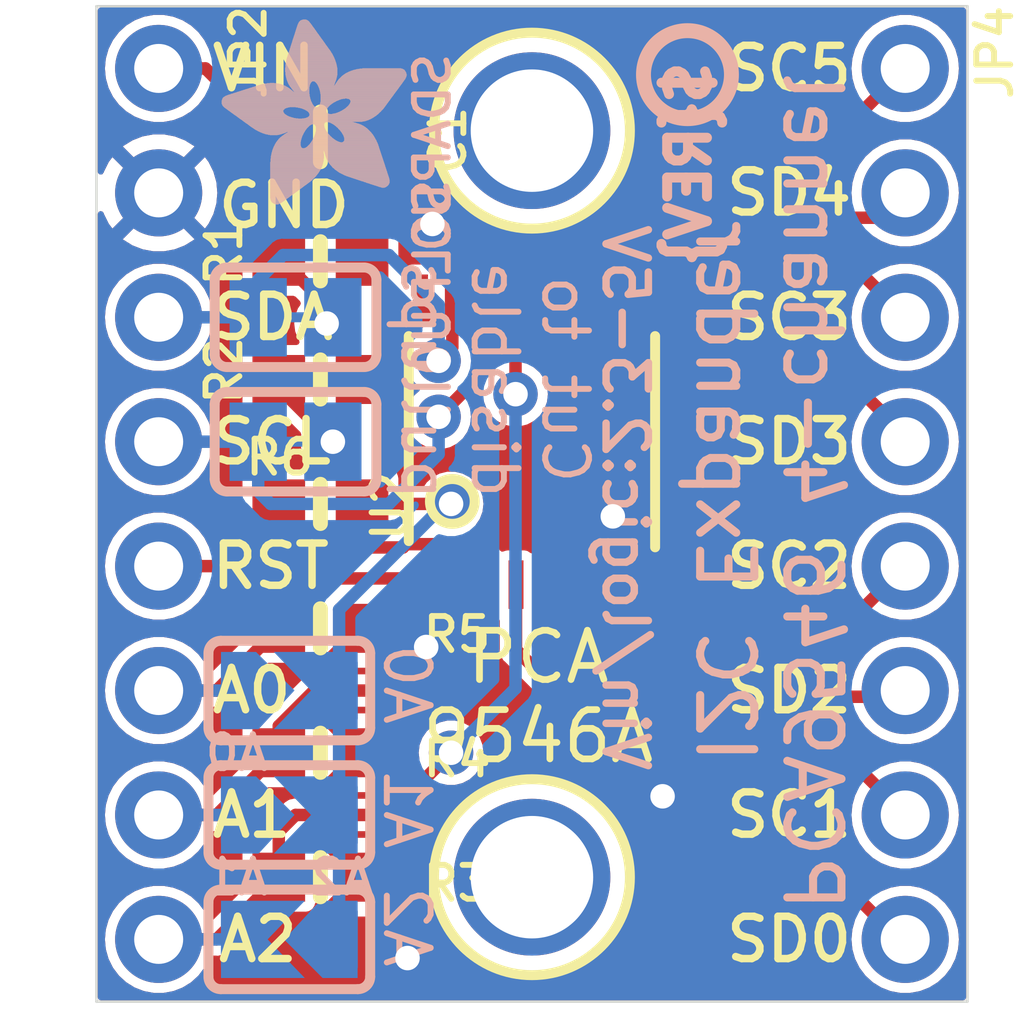
<source format=kicad_pcb>
(kicad_pcb (version 20221018) (generator pcbnew)
  (layers (0 "F.Cu" signal) (31 "B.Cu" signal) (34 "B.Paste" user) (35 "F.Paste" user) (36 "B.SilkS" user "B.Silkscreen") (37 "F.SilkS" user "F.Silkscreen") (38 "B.Mask" user) (39 "F.Mask" user) (44 "Edge.Cuts" user))
  (net 0 "")
  (net 1 "INPUTSDA")
  (net 2 "INPUTSCL")
  (net 3 "VCC")
  (net 4 "N$3")
  (net 5 "N$4")
  (net 6 "RESET")
  (net 7 "A2")
  (net 8 "A1")
  (net 9 "A0")
  (net 10 "GND")
  (net 11 "0SDA")
  (net 12 "0SCL")
  (net 13 "1SDA")
  (net 14 "1SCL")
  (net 15 "2SDA")
  (net 16 "2SCL")
  (net 17 "3SDA")
  (net 18 "3SCL")
  (footprint "working:MOUNTINGHOLE_2.5_PLATED" (layer "F.Cu") (at 148.5011 112.6236)
    (fp_text reference "U$4" hide)
    (fp_text value "MOUNTINGHOLE2.5" hide)
    (pad "P$1" thru_hole circle (at 0 0) (size 3.2 3.2) (drill 2.5) (layers "*.Cu" "*.Mask"))
    (zone (net 0) (net_name "") (layer "F.Cu") (connect_pads (clearance 0)) (min_thickness 0.25)
      (keepout (tracks not_allowed) (vias not_allowed) (pads not_allowed) (copperpour not_allowed) (footprints allowed))
      (fill (thermal_gap 0.5) (thermal_bridge_width 0.5))
      (polygon (pts (xy 150.5171 112.6236) (xy 150.49748 112.343027) (xy 150.439004 112.067915) (xy 150.342808 111.803619) (xy 150.210765 111.555283) (xy 150.045446 111.32774) (xy 149.850067 111.12542) (xy 149.628433 110.95226) (xy 149.384856 110.811631) (xy 149.124078 110.70627) (xy 148.851175 110.638228) (xy 148.571457 110.608828) (xy 148.290371 110.618644) (xy 148.013385 110.667484) (xy 147.745893 110.754397) (xy 147.4931 110.877693) (xy 147.259926 111.03497) (xy 147.050911 111.223169) (xy 146.870122 111.438625) (xy 146.721078 111.677145) (xy 146.60668 111.934087) (xy 146.529154 112.20445) (xy 146.490011 112.482971) (xy 146.490011 112.764229) (xy 146.529154 113.04275) (xy 146.60668 113.313113) (xy 146.721078 113.570055) (xy 146.870122 113.808575) (xy 147.050911 114.024031) (xy 147.259926 114.21223) (xy 147.4931 114.369507) (xy 147.745893 114.492803) (xy 148.013385 114.579716) (xy 148.290371 114.628556) (xy 148.571457 114.638372) (xy 148.851175 114.608972) (xy 149.124078 114.54093) (xy 149.384856 114.435569) (xy 149.628433 114.29494) (xy 149.850067 114.12178) (xy 150.045446 113.91946) (xy 150.210765 113.691917) (xy 150.342808 113.443581) (xy 150.439004 113.179285) (xy 150.49748 112.904173)))
      (polygon (pts (xy 148.4851 112.6236) (xy 148.489786 112.634914) (xy 148.5011 112.6396) (xy 148.512414 112.634914) (xy 148.5171 112.6236) (xy 148.512414 112.612286) (xy 148.5011 112.6076) (xy 148.489786 112.612286)))
    )
    (zone (net 0) (net_name "") (layer "B.Cu") (connect_pads (clearance 0)) (min_thickness 0.25)
      (keepout (tracks not_allowed) (vias not_allowed) (pads not_allowed) (copperpour not_allowed) (footprints allowed))
      (fill (thermal_gap 0.5) (thermal_bridge_width 0.5))
      (polygon (pts (xy 150.5171 112.6236) (xy 150.49748 112.343027) (xy 150.439004 112.067915) (xy 150.342808 111.803619) (xy 150.210765 111.555283) (xy 150.045446 111.32774) (xy 149.850067 111.12542) (xy 149.628433 110.95226) (xy 149.384856 110.811631) (xy 149.124078 110.70627) (xy 148.851175 110.638228) (xy 148.571457 110.608828) (xy 148.290371 110.618644) (xy 148.013385 110.667484) (xy 147.745893 110.754397) (xy 147.4931 110.877693) (xy 147.259926 111.03497) (xy 147.050911 111.223169) (xy 146.870122 111.438625) (xy 146.721078 111.677145) (xy 146.60668 111.934087) (xy 146.529154 112.20445) (xy 146.490011 112.482971) (xy 146.490011 112.764229) (xy 146.529154 113.04275) (xy 146.60668 113.313113) (xy 146.721078 113.570055) (xy 146.870122 113.808575) (xy 147.050911 114.024031) (xy 147.259926 114.21223) (xy 147.4931 114.369507) (xy 147.745893 114.492803) (xy 148.013385 114.579716) (xy 148.290371 114.628556) (xy 148.571457 114.638372) (xy 148.851175 114.608972) (xy 149.124078 114.54093) (xy 149.384856 114.435569) (xy 149.628433 114.29494) (xy 149.850067 114.12178) (xy 150.045446 113.91946) (xy 150.210765 113.691917) (xy 150.342808 113.443581) (xy 150.439004 113.179285) (xy 150.49748 112.904173)))
      (polygon (pts (xy 148.4851 112.6236) (xy 148.489786 112.634914) (xy 148.5011 112.6396) (xy 148.512414 112.634914) (xy 148.5171 112.6236) (xy 148.512414 112.612286) (xy 148.5011 112.6076) (xy 148.489786 112.612286)))
    )
  )
  (footprint "working:MOUNTINGHOLE_2.5_PLATED" (layer "F.Cu") (at 148.5011 97.3836)
    (fp_text reference "U$5" hide)
    (fp_text value "MOUNTINGHOLE2.5" hide)
    (pad "P$1" thru_hole circle (at 0 0) (size 3.2 3.2) (drill 2.5) (layers "*.Cu" "*.Mask"))
    (zone (net 0) (net_name "") (layer "F.Cu") (connect_pads (clearance 0)) (min_thickness 0.25)
      (keepout (tracks not_allowed) (vias not_allowed) (pads not_allowed) (copperpour not_allowed) (footprints allowed))
      (fill (thermal_gap 0.5) (thermal_bridge_width 0.5))
      (polygon (pts (xy 150.5171 97.3836) (xy 150.49748 97.103027) (xy 150.439004 96.827915) (xy 150.342808 96.563619) (xy 150.210765 96.315283) (xy 150.045446 96.08774) (xy 149.850067 95.88542) (xy 149.628433 95.71226) (xy 149.384856 95.571631) (xy 149.124078 95.46627) (xy 148.851175 95.398228) (xy 148.571457 95.368828) (xy 148.290371 95.378644) (xy 148.013385 95.427484) (xy 147.745893 95.514397) (xy 147.4931 95.637693) (xy 147.259926 95.79497) (xy 147.050911 95.983169) (xy 146.870122 96.198625) (xy 146.721078 96.437145) (xy 146.60668 96.694087) (xy 146.529154 96.96445) (xy 146.490011 97.242971) (xy 146.490011 97.524229) (xy 146.529154 97.80275) (xy 146.60668 98.073113) (xy 146.721078 98.330055) (xy 146.870122 98.568575) (xy 147.050911 98.784031) (xy 147.259926 98.97223) (xy 147.4931 99.129507) (xy 147.745893 99.252803) (xy 148.013385 99.339716) (xy 148.290371 99.388556) (xy 148.571457 99.398372) (xy 148.851175 99.368972) (xy 149.124078 99.30093) (xy 149.384856 99.195569) (xy 149.628433 99.05494) (xy 149.850067 98.88178) (xy 150.045446 98.67946) (xy 150.210765 98.451917) (xy 150.342808 98.203581) (xy 150.439004 97.939285) (xy 150.49748 97.664173)))
      (polygon (pts (xy 148.4851 97.3836) (xy 148.489786 97.394914) (xy 148.5011 97.3996) (xy 148.512414 97.394914) (xy 148.5171 97.3836) (xy 148.512414 97.372286) (xy 148.5011 97.3676) (xy 148.489786 97.372286)))
    )
    (zone (net 0) (net_name "") (layer "B.Cu") (connect_pads (clearance 0)) (min_thickness 0.25)
      (keepout (tracks not_allowed) (vias not_allowed) (pads not_allowed) (copperpour not_allowed) (footprints allowed))
      (fill (thermal_gap 0.5) (thermal_bridge_width 0.5))
      (polygon (pts (xy 150.5171 97.3836) (xy 150.49748 97.103027) (xy 150.439004 96.827915) (xy 150.342808 96.563619) (xy 150.210765 96.315283) (xy 150.045446 96.08774) (xy 149.850067 95.88542) (xy 149.628433 95.71226) (xy 149.384856 95.571631) (xy 149.124078 95.46627) (xy 148.851175 95.398228) (xy 148.571457 95.368828) (xy 148.290371 95.378644) (xy 148.013385 95.427484) (xy 147.745893 95.514397) (xy 147.4931 95.637693) (xy 147.259926 95.79497) (xy 147.050911 95.983169) (xy 146.870122 96.198625) (xy 146.721078 96.437145) (xy 146.60668 96.694087) (xy 146.529154 96.96445) (xy 146.490011 97.242971) (xy 146.490011 97.524229) (xy 146.529154 97.80275) (xy 146.60668 98.073113) (xy 146.721078 98.330055) (xy 146.870122 98.568575) (xy 147.050911 98.784031) (xy 147.259926 98.97223) (xy 147.4931 99.129507) (xy 147.745893 99.252803) (xy 148.013385 99.339716) (xy 148.290371 99.388556) (xy 148.571457 99.398372) (xy 148.851175 99.368972) (xy 149.124078 99.30093) (xy 149.384856 99.195569) (xy 149.628433 99.05494) (xy 149.850067 98.88178) (xy 150.045446 98.67946) (xy 150.210765 98.451917) (xy 150.342808 98.203581) (xy 150.439004 97.939285) (xy 150.49748 97.664173)))
      (polygon (pts (xy 148.4851 97.3836) (xy 148.489786 97.394914) (xy 148.5011 97.3996) (xy 148.512414 97.394914) (xy 148.5171 97.3836) (xy 148.512414 97.372286) (xy 148.5011 97.3676) (xy 148.489786 97.372286)))
    )
  )
  (footprint "working:FIDUCIAL_1MM" (layer "F.Cu") (at 151.8031 112.6236)
    (fp_text reference "FID3" hide)
    (fp_text value "FIDUCIAL_1MM" hide)
    (pad "1" smd roundrect (at 0 0) (size 1 1) (layers "F.Cu" "F.Mask") (roundrect_rratio 0.5))
  )
  (footprint "working:1X08_ROUND_70" (layer "F.Cu") (at 140.8811 105.0036 -90)
    (fp_text reference "JP2" (at -10.2362 -1.8288 90) (layer "F.SilkS") (effects (font (size 0.692831 0.692831) (thickness 0.119969)) (justify right)))
    (fp_text value "")
    (pad "1" thru_hole circle (at -8.89 0) (size 1.778 1.778) (drill 1) (layers "*.Cu" "*.Mask") (net 3 "VCC"))
    (pad "2" thru_hole circle (at -6.35 0) (size 1.778 1.778) (drill 1) (layers "*.Cu" "*.Mask") (net 10 "GND"))
    (pad "3" thru_hole circle (at -3.81 0) (size 1.778 1.778) (drill 1) (layers "*.Cu" "*.Mask") (net 1 "INPUTSDA"))
    (pad "4" thru_hole circle (at -1.27 0) (size 1.778 1.778) (drill 1) (layers "*.Cu" "*.Mask") (net 2 "INPUTSCL"))
    (pad "5" thru_hole circle (at 1.27 0) (size 1.778 1.778) (drill 1) (layers "*.Cu" "*.Mask") (net 6 "RESET"))
    (pad "6" thru_hole circle (at 3.81 0) (size 1.778 1.778) (drill 1) (layers "*.Cu" "*.Mask") (net 9 "A0"))
    (pad "7" thru_hole circle (at 6.35 0) (size 1.778 1.778) (drill 1) (layers "*.Cu" "*.Mask") (net 8 "A1"))
    (pad "8" thru_hole circle (at 8.89 0) (size 1.778 1.778) (drill 1) (layers "*.Cu" "*.Mask") (net 7 "A2"))
  )
  (footprint "working:0603-NO" (layer "F.Cu") (at 144.1831 100.0506)
    (fp_text reference "R1" (at -1.9685 0.5715 90) (layer "F.SilkS") (effects (font (size 0.692831 0.692831) (thickness 0.119969)) (justify left)))
    (fp_text value "10K")
    (pad "1" smd rect (at -0.85 0) (size 1.075 1) (layers "F.Cu" "F.Paste" "F.Mask") (net 5 "N$4"))
    (pad "2" smd rect (at 0.85 0) (size 1.075 1) (layers "F.Cu" "F.Paste" "F.Mask") (net 3 "VCC"))
  )
  (footprint "working:0603-NO" (layer "F.Cu") (at 144.1831 105.0036)
    (fp_text reference "R6" (at -1.5875 -0.9525) (layer "F.SilkS") (effects (font (size 0.692831 0.692831) (thickness 0.119969)) (justify left)))
    (fp_text value "10K")
    (pad "1" smd rect (at -0.85 0) (size 1.075 1) (layers "F.Cu" "F.Paste" "F.Mask") (net 6 "RESET"))
    (pad "2" smd rect (at 0.85 0) (size 1.075 1) (layers "F.Cu" "F.Paste" "F.Mask") (net 3 "VCC"))
  )
  (footprint "working:0603-NO" (layer "F.Cu") (at 144.1831 102.4636)
    (fp_text reference "R2" (at -1.9685 0.5715 90) (layer "F.SilkS") (effects (font (size 0.692831 0.692831) (thickness 0.119969)) (justify left)))
    (fp_text value "10K")
    (pad "1" smd rect (at -0.85 0) (size 1.075 1) (layers "F.Cu" "F.Paste" "F.Mask") (net 4 "N$3"))
    (pad "2" smd rect (at 0.85 0) (size 1.075 1) (layers "F.Cu" "F.Paste" "F.Mask") (net 3 "VCC"))
  )
  (footprint "working:0603-NO" (layer "F.Cu") (at 144.1831 112.6236)
    (fp_text reference "R3" (at 2.032 0.127) (layer "F.SilkS") (effects (font (size 0.692831 0.692831) (thickness 0.119969)) (justify left)))
    (fp_text value "10K")
    (pad "1" smd rect (at -0.85 0) (size 1.075 1) (layers "F.Cu" "F.Paste" "F.Mask") (net 7 "A2"))
    (pad "2" smd rect (at 0.85 0) (size 1.075 1) (layers "F.Cu" "F.Paste" "F.Mask") (net 10 "GND"))
  )
  (footprint "working:FIDUCIAL_1MM" (layer "F.Cu") (at 151.5491 97.3836)
    (fp_text reference "FID1" hide)
    (fp_text value "FIDUCIAL_1MM" hide)
    (pad "1" smd roundrect (at 0 0) (size 1 1) (layers "F.Cu" "F.Mask") (roundrect_rratio 0.5))
  )
  (footprint "working:TSSOP16" (layer "F.Cu") (at 148.5011 103.7336)
    (fp_text reference "U2" (at -2.8956 2.0828 90) (layer "F.SilkS") (effects (font (size 0.692831 0.692831) (thickness 0.119969)) (justify left)))
    (fp_text value "PCA9546A TSSOP")
    (pad "1" smd rect (at -2.275 2.9178) (size 0.3048 0.9906) (layers "F.Cu" "F.Paste" "F.Mask") (net 9 "A0"))
    (pad "2" smd rect (at -1.625 2.9178) (size 0.3048 0.9906) (layers "F.Cu" "F.Paste" "F.Mask") (net 8 "A1"))
    (pad "3" smd rect (at -0.975 2.9178) (size 0.3048 0.9906) (layers "F.Cu" "F.Paste" "F.Mask") (net 6 "RESET"))
    (pad "4" smd rect (at -0.325 2.9178) (size 0.3048 0.9906) (layers "F.Cu" "F.Paste" "F.Mask") (net 11 "0SDA"))
    (pad "5" smd rect (at 0.325 2.9178) (size 0.3048 0.9906) (layers "F.Cu" "F.Paste" "F.Mask") (net 12 "0SCL"))
    (pad "6" smd rect (at 0.975 2.9178) (size 0.3048 0.9906) (layers "F.Cu" "F.Paste" "F.Mask") (net 13 "1SDA"))
    (pad "7" smd rect (at 1.625 2.9178) (size 0.3048 0.9906) (layers "F.Cu" "F.Paste" "F.Mask") (net 14 "1SCL"))
    (pad "8" smd rect (at 2.275 2.9178) (size 0.3048 0.9906) (layers "F.Cu" "F.Paste" "F.Mask") (net 10 "GND"))
    (pad "9" smd rect (at 2.275 -2.9178) (size 0.3048 0.9906) (layers "F.Cu" "F.Paste" "F.Mask") (net 15 "2SDA"))
    (pad "10" smd rect (at 1.625 -2.9178) (size 0.3048 0.9906) (layers "F.Cu" "F.Paste" "F.Mask") (net 16 "2SCL"))
    (pad "11" smd rect (at 0.975 -2.9178) (size 0.3048 0.9906) (layers "F.Cu" "F.Paste" "F.Mask") (net 17 "3SDA"))
    (pad "12" smd rect (at 0.325 -2.9178) (size 0.3048 0.9906) (layers "F.Cu" "F.Paste" "F.Mask") (net 18 "3SCL"))
    (pad "13" smd rect (at -0.325 -2.9178) (size 0.3048 0.9906) (layers "F.Cu" "F.Paste" "F.Mask") (net 7 "A2"))
    (pad "14" smd rect (at -0.975 -2.9178) (size 0.3048 0.9906) (layers "F.Cu" "F.Paste" "F.Mask") (net 2 "INPUTSCL"))
    (pad "15" smd rect (at -1.625 -2.9178) (size 0.3048 0.9906) (layers "F.Cu" "F.Paste" "F.Mask") (net 1 "INPUTSDA"))
    (pad "16" smd rect (at -2.275 -2.9178) (size 0.3048 0.9906) (layers "F.Cu" "F.Paste" "F.Mask") (net 3 "VCC"))
  )
  (footprint "working:0805-NO" (layer "F.Cu") (at 144.1831 97.5106)
    (fp_text reference "C1" (at 2.6035 0.8255 90) (layer "F.SilkS") (effects (font (size 0.692831 0.692831) (thickness 0.119969)) (justify left)))
    (fp_text value "10uF")
    (pad "1" smd rect (at -0.95 0) (size 1.24 1.5) (layers "F.Cu" "F.Paste" "F.Mask") (net 3 "VCC"))
    (pad "2" smd rect (at 0.95 0) (size 1.24 1.5) (layers "F.Cu" "F.Paste" "F.Mask") (net 10 "GND"))
  )
  (footprint "working:0603-NO" (layer "F.Cu") (at 144.1831 107.5436)
    (fp_text reference "R5" (at 2.032 0.127) (layer "F.SilkS") (effects (font (size 0.692831 0.692831) (thickness 0.119969)) (justify left)))
    (fp_text value "10K")
    (pad "1" smd rect (at -0.85 0) (size 1.075 1) (layers "F.Cu" "F.Paste" "F.Mask") (net 9 "A0"))
    (pad "2" smd rect (at 0.85 0) (size 1.075 1) (layers "F.Cu" "F.Paste" "F.Mask") (net 10 "GND"))
  )
  (footprint "working:1X08_ROUND_70" (layer "F.Cu") (at 156.1211 105.0036 -90)
    (fp_text reference "JP4" (at -10.2362 -1.8288 90) (layer "F.SilkS") (effects (font (size 0.692831 0.692831) (thickness 0.119969)) (justify right)))
    (fp_text value "")
    (pad "1" thru_hole circle (at -8.89 0) (size 1.778 1.778) (drill 1) (layers "*.Cu" "*.Mask") (net 18 "3SCL"))
    (pad "2" thru_hole circle (at -6.35 0) (size 1.778 1.778) (drill 1) (layers "*.Cu" "*.Mask") (net 17 "3SDA"))
    (pad "3" thru_hole circle (at -3.81 0) (size 1.778 1.778) (drill 1) (layers "*.Cu" "*.Mask") (net 16 "2SCL"))
    (pad "4" thru_hole circle (at -1.27 0) (size 1.778 1.778) (drill 1) (layers "*.Cu" "*.Mask") (net 15 "2SDA"))
    (pad "5" thru_hole circle (at 1.27 0) (size 1.778 1.778) (drill 1) (layers "*.Cu" "*.Mask") (net 14 "1SCL"))
    (pad "6" thru_hole circle (at 3.81 0) (size 1.778 1.778) (drill 1) (layers "*.Cu" "*.Mask") (net 13 "1SDA"))
    (pad "7" thru_hole circle (at 6.35 0) (size 1.778 1.778) (drill 1) (layers "*.Cu" "*.Mask") (net 12 "0SCL"))
    (pad "8" thru_hole circle (at 8.89 0) (size 1.778 1.778) (drill 1) (layers "*.Cu" "*.Mask") (net 11 "0SDA"))
  )
  (footprint "working:0603-NO" (layer "F.Cu") (at 144.1831 110.0836)
    (fp_text reference "R4" (at 2.032 0.127) (layer "F.SilkS") (effects (font (size 0.692831 0.692831) (thickness 0.119969)) (justify left)))
    (fp_text value "10K")
    (pad "1" smd rect (at -0.85 0) (size 1.075 1) (layers "F.Cu" "F.Paste" "F.Mask") (net 8 "A1"))
    (pad "2" smd rect (at 0.85 0) (size 1.075 1) (layers "F.Cu" "F.Paste" "F.Mask") (net 10 "GND"))
  )
  (footprint "working:SOLDERJUMPER_ARROW_NOPASTE" (layer "B.Cu") (at 143.5481 113.8936 180)
    (fp_text reference "A2" (at -1.778 1.27) (layer "B.SilkS") (effects (font (size 0.692831 0.692831) (thickness 0.119969)) (justify left mirror)))
    (fp_text value "")
    (fp_poly (pts (xy 0.106121 -0.002663) (xy -0.679416 -0.7882) (xy -1.3946 -0.7882) (xy -1.3946 0.7882) (xy -0.62715 0.7882)) (fill solid) (layer "B.Cu"))
    (fp_poly (pts (xy 1.3946 -0.7882) (xy -0.315893 -0.7882) (xy 0.443148 0) (xy -0.315893 0.7882) (xy 1.3946 0.7882)) (fill solid) (layer "B.Cu"))
    (pad "1" smd roundrect (at -1.016 0 180) (size 0.762 1.524) (layers "B.Cu") (net 3 "VCC"))
    (pad "2" smd roundrect (at 1.016 0 180) (size 0.762 1.524) (layers "B.Cu") (net 7 "A2"))
  )
  (footprint "working:SOLDERJUMPER_CLOSEDWIRE" (layer "B.Cu") (at 143.6751 101.1936)
    (fp_text reference "SDAPU0" (at 2.794 -1.27 -90) (layer "B.SilkS") (effects (font (size 0.692831 0.692831) (thickness 0.119969)) (justify right mirror)))
    (fp_text value "")
    (pad "1" smd rect (at -0.762 0) (size 1.1684 1.6002) (layers "B.Cu") (net 1 "INPUTSDA"))
    (pad "2" smd rect (at 0.762 0) (size 1.1684 1.6002) (layers "B.Cu") (net 5 "N$4"))
    (pad "WIRE" smd rect (at 0 0 180) (size 0.635 0.2032) (layers "B.Cu"))
  )
  (footprint "working:SOLDERJUMPER_ARROW_NOPASTE" (layer "B.Cu") (at 143.5481 108.8136)
    (fp_text reference "A0" (at -1.778 1.27) (layer "B.SilkS") (effects (font (size 0.692831 0.692831) (thickness 0.119969)) (justify right mirror)))
    (fp_text value "")
    (fp_poly (pts (xy 0.106121 -0.002663) (xy -0.679416 -0.7882) (xy -1.3946 -0.7882) (xy -1.3946 0.7882) (xy -0.62715 0.7882)) (fill solid) (layer "B.Cu"))
    (fp_poly (pts (xy 1.3946 -0.7882) (xy -0.315893 -0.7882) (xy 0.443148 0) (xy -0.315893 0.7882) (xy 1.3946 0.7882)) (fill solid) (layer "B.Cu"))
    (pad "1" smd roundrect (at -1.016 0) (size 0.762 1.524) (layers "B.Cu") (net 9 "A0"))
    (pad "2" smd roundrect (at 1.016 0) (size 0.762 1.524) (layers "B.Cu") (net 3 "VCC"))
  )
  (footprint "working:PCBFEAT-REV-040" (layer "B.Cu") (at 151.6761 96.2406 -90)
    (fp_text reference "U$6" hide)
    (fp_text value "" hide)
    (fp_text user "${REV}" (at -0.3556 -0.508 90) (layer "B.SilkS") (effects (font (size 0.8128 0.8128) (thickness 0.2032)) (justify left bottom mirror)))
  )
  (footprint "working:ADAFRUIT_3.5MM" (layer "B.Cu") (at 145.9611 98.9076 180)
    (fp_text reference "U$7" hide)
    (fp_text value "" hide)
  )
  (footprint "working:SOLDERJUMPER_CLOSEDWIRE" (layer "B.Cu") (at 143.6751 103.7336)
    (fp_text reference "SCLPU0" (at 2.794 -1.27 -90) (layer "B.SilkS") (effects (font (size 0.692831 0.692831) (thickness 0.119969)) (justify right mirror)))
    (fp_text value "")
    (pad "1" smd rect (at -0.762 0) (size 1.1684 1.6002) (layers "B.Cu") (net 2 "INPUTSCL"))
    (pad "2" smd rect (at 0.762 0) (size 1.1684 1.6002) (layers "B.Cu") (net 4 "N$3"))
    (pad "WIRE" smd rect (at 0 0 180) (size 0.635 0.2032) (layers "B.Cu"))
  )
  (footprint "working:SOLDERJUMPER_ARROW_NOPASTE" (layer "B.Cu") (at 143.5481 111.3536)
    (fp_text reference "A1" (at -1.778 1.27) (layer "B.SilkS") (effects (font (size 0.692831 0.692831) (thickness 0.119969)) (justify right mirror)))
    (fp_text value "")
    (fp_poly (pts (xy 0.106121 -0.002663) (xy -0.679416 -0.7882) (xy -1.3946 -0.7882) (xy -1.3946 0.7882) (xy -0.62715 0.7882)) (fill solid) (layer "B.Cu"))
    (fp_poly (pts (xy 1.3946 -0.7882) (xy -0.315893 -0.7882) (xy 0.443148 0) (xy -0.315893 0.7882) (xy 1.3946 0.7882)) (fill solid) (layer "B.Cu"))
    (pad "1" smd roundrect (at -1.016 0) (size 0.762 1.524) (layers "B.Cu") (net 8 "A1"))
    (pad "2" smd roundrect (at 1.016 0) (size 0.762 1.524) (layers "B.Cu") (net 3 "VCC"))
  )
  (gr_line (start 139.6111 94.8436) (end 157.3911 94.8436) (stroke (width 0.05)) (layer "Edge.Cuts"))
  (gr_line (start 157.3911 115.1636) (end 139.6111 115.1636) (stroke (width 0.05)) (layer "Edge.Cuts"))
  (gr_line (start 157.3911 94.8436) (end 157.3911 115.1636) (stroke (width 0.05)) (layer "Edge.Cuts"))
  (gr_line (start 139.6111 115.1636) (end 139.6111 94.8436) (stroke (width 0.05)) (layer "Edge.Cuts"))
  (gr_text "A0" (at 146.4691 107.7976 -90) (layer "B.SilkS") (effects (font (size 0.89408 0.89408) (thickness 0.12192)) (justify right top mirror)))
  (gr_text "Cut to\ndisable\npullups" (at 147.7391 102.4636 -90) (layer "B.SilkS") (effects (font (size 0.89408 0.89408) (thickness 0.12192)) (justify mirror)))
  (gr_text "A2" (at 146.4691 112.7506 -90) (layer "B.SilkS") (effects (font (size 0.89408 0.89408) (thickness 0.12192)) (justify right top mirror)))
  (gr_text "PCA9546 4-channel\nI2C Expander" (at 153.3271 104.7496 -90) (layer "B.SilkS") (effects (font (size 1.1049 1.1049) (thickness 0.1651)) (justify mirror)))
  (gr_text "A1" (at 146.4691 110.3376 -90) (layer "B.SilkS") (effects (font (size 0.89408 0.89408) (thickness 0.12192)) (justify right top mirror)))
  (gr_text "Vin/logic:2.3-5V" (at 150.4061 104.8766 -90) (layer "B.SilkS") (effects (font (size 0.8636 0.8636) (thickness 0.1524)) (justify mirror)))
  (gr_text "A2" (at 142.0241 113.8936) (layer "F.SilkS") (effects (font (size 0.8636 0.8636) (thickness 0.1524)) (justify left)))
  (gr_text "SD3" (at 155.1051 103.7336) (layer "F.SilkS") (effects (font (size 0.8636 0.8636) (thickness 0.1524)) (justify right)))
  (gr_text "A0" (at 141.8971 108.8136) (layer "F.SilkS") (effects (font (size 0.8636 0.8636) (thickness 0.1524)) (justify left)))
  (gr_text "SCL" (at 141.8971 103.7336) (layer "F.SilkS") (effects (font (size 0.8636 0.8636) (thickness 0.1524)) (justify left)))
  (gr_text "VIN" (at 141.8971 96.1136) (layer "F.SilkS") (effects (font (size 0.8636 0.8636) (thickness 0.1524)) (justify left)))
  (gr_text "RST" (at 141.8971 106.2736) (layer "F.SilkS") (effects (font (size 0.8636 0.8636) (thickness 0.1524)) (justify left)))
  (gr_text "SC1" (at 155.1051 111.3536) (layer "F.SilkS") (effects (font (size 0.8636 0.8636) (thickness 0.1524)) (justify right)))
  (gr_text "SDA" (at 141.8971 101.1936) (layer "F.SilkS") (effects (font (size 0.8636 0.8636) (thickness 0.1524)) (justify left)))
  (gr_text "A1" (at 141.8971 111.3536) (layer "F.SilkS") (effects (font (size 0.8636 0.8636) (thickness 0.1524)) (justify left)))
  (gr_text "SC2" (at 155.1051 106.2736) (layer "F.SilkS") (effects (font (size 0.8636 0.8636) (thickness 0.1524)) (justify right)))
  (gr_text "SD0" (at 155.1051 113.8936) (layer "F.SilkS") (effects (font (size 0.8636 0.8636) (thickness 0.1524)) (justify right)))
  (gr_text "SD2" (at 155.1051 108.8136) (layer "F.SilkS") (effects (font (size 0.8636 0.8636) (thickness 0.1524)) (justify right)))
  (gr_text "SC3" (at 155.1051 101.1936) (layer "F.SilkS") (effects (font (size 0.8636 0.8636) (thickness 0.1524)) (justify right)))
  (gr_text "GND" (at 142.0241 98.9076) (layer "F.SilkS") (effects (font (size 0.8636 0.8636) (thickness 0.1524)) (justify left)))
  (gr_text "SC5" (at 155.1051 96.1136) (layer "F.SilkS") (effects (font (size 0.8636 0.8636) (thickness 0.1524)) (justify right)))
  (gr_text "PCA\n9546A" (at 148.6281 108.9406) (layer "F.SilkS") (effects (font (size 1.00584 1.00584) (thickness 0.13716))))
  (gr_text "SD4" (at 155.1051 98.6536) (layer "F.SilkS") (effects (font (size 0.8636 0.8636) (thickness 0.1524)) (justify right)))
  (segment (start 146.8761 100.8158) (end 146.8761 101.8026) (width 0.254) (layer "F.Cu") (net 1))
  (segment (start 146.8761 101.8026) (end 146.5961 102.0826) (width 0.254) (layer "F.Cu") (net 1))
  (via (at 146.5961 102.0826) (size 0.9064) (drill 0.5) (layers "F.Cu" "B.Cu") (net 1))
  (segment (start 142.9131 100.4316) (end 142.9131 101.1936) (width 0.254) (layer "B.Cu") (net 1))
  (segment (start 142.9131 101.1936) (end 140.8811 101.1936) (width 0.254) (layer "B.Cu") (net 1))
  (segment (start 146.5961 100.9396) (end 145.5801 99.9236) (width 0.254) (layer "B.Cu") (net 1))
  (segment (start 143.4211 99.9236) (end 143.2306 100.1141) (width 0.254) (layer "B.Cu") (net 1))
  (segment (start 143.2306 100.1141) (end 142.9131 100.4316) (width 0.254) (layer "B.Cu") (net 1))
  (segment (start 146.5961 102.0826) (end 146.5961 100.9396) (width 0.254) (layer "B.Cu") (net 1))
  (segment (start 145.5801 99.9236) (end 143.4211 99.9236) (width 0.254) (layer "B.Cu") (net 1))
  (segment (start 147.5261 100.8158) (end 147.5261 102.2956) (width 0.254) (layer "F.Cu") (net 2))
  (segment (start 147.5261 102.2956) (end 146.5961 103.2256) (width 0.254) (layer "F.Cu") (net 2))
  (via (at 146.5961 103.2256) (size 0.9064) (drill 0.5) (layers "F.Cu" "B.Cu") (net 2))
  (segment (start 142.9131 104.7496) (end 142.9131 103.7336) (width 0.254) (layer "B.Cu") (net 2))
  (segment (start 146.5961 103.9876) (end 145.5801 105.0036) (width 0.254) (layer "B.Cu") (net 2))
  (segment (start 146.5961 103.2256) (end 146.5961 103.9876) (width 0.254) (layer "B.Cu") (net 2))
  (segment (start 143.1671 105.0036) (end 142.9131 104.7496) (width 0.254) (layer "B.Cu") (net 2))
  (segment (start 142.9131 103.7336) (end 140.8811 103.7336) (width 0.254) (layer "B.Cu") (net 2))
  (segment (start 145.5801 105.0036) (end 143.1671 105.0036) (width 0.254) (layer "B.Cu") (net 2))
  (segment (start 145.0331 99.6306) (end 145.0331 100.0506) (width 0.254) (layer "F.Cu") (net 3))
  (segment (start 145.0331 100.0506) (end 145.4141 100.4316) (width 0.254) (layer "F.Cu") (net 3))
  (segment (start 143.2331 97.5106) (end 143.2331 97.8306) (width 0.254) (layer "F.Cu") (net 3))
  (segment (start 145.0331 105.0036) (end 145.4141 104.6226) (width 0.254) (layer "F.Cu") (net 3))
  (segment (start 145.0331 105.0036) (end 146.8501 105.0036) (width 0.254) (layer "F.Cu") (net 3))
  (segment (start 141.8361 96.1136) (end 143.2331 97.5106) (width 0.254) (layer "F.Cu") (net 3))
  (segment (start 146.2261 100.8158) (end 146.3321 101.1646) (width 0.254) (layer "F.Cu") (net 3))
  (segment (start 145.4141 100.4316) (end 145.4141 102.0826) (width 0.254) (layer "F.Cu") (net 3))
  (segment (start 145.4141 102.0826) (end 145.0331 102.4636) (width 0.254) (layer "F.Cu") (net 3))
  (segment (start 145.4141 102.8446) (end 145.4141 104.6226) (width 0.254) (layer "F.Cu") (net 3))
  (segment (start 145.0331 102.4636) (end 146.3321 101.1646) (width 0.254) (layer "F.Cu") (net 3))
  (segment (start 143.2331 97.8306) (end 145.0331 99.6306) (width 0.254) (layer "F.Cu") (net 3))
  (segment (start 140.8811 96.1136) (end 141.8361 96.1136) (width 0.254) (layer "F.Cu") (net 3))
  (segment (start 145.4141 102.8446) (end 145.0331 102.4636) (width 0.254) (layer "F.Cu") (net 3))
  (via (at 146.8501 105.0036) (size 0.9064) (drill 0.5) (layers "F.Cu" "B.Cu") (net 3))
  (segment (start 146.8501 105.0036) (end 146.7231 105.0036) (width 0.254) (layer "B.Cu") (net 3))
  (segment (start 144.5641 113.8936) (end 144.5641 111.3536) (width 0.254) (layer "B.Cu") (net 3))
  (segment (start 144.5641 111.3536) (end 144.5641 108.8136) (width 0.254) (layer "B.Cu") (net 3))
  (segment (start 146.7231 105.0036) (end 144.5641 107.1626) (width 0.254) (layer "B.Cu") (net 3))
  (segment (start 144.5641 108.8136) (end 144.5641 107.1626) (width 0.254) (layer "B.Cu") (net 3))
  (segment (start 143.3331 102.4636) (end 143.3331 102.6296) (width 0.254) (layer "F.Cu") (net 4))
  (segment (start 143.3331 102.6296) (end 144.4371 103.7336) (width 0.254) (layer "F.Cu") (net 4))
  (via (at 144.4371 103.7336) (size 0.9064) (drill 0.5) (layers "F.Cu" "B.Cu") (net 4))
  (segment (start 144.3101 100.9396) (end 143.4211 100.0506) (width 0.254) (layer "F.Cu") (net 5))
  (segment (start 144.3101 101.3206) (end 144.3101 100.9396) (width 0.254) (layer "F.Cu") (net 5))
  (segment (start 143.3331 100.0506) (end 143.4211 100.0506) (width 0.254) (layer "F.Cu") (net 5))
  (via (at 144.3101 101.3206) (size 0.9064) (drill 0.5) (layers "F.Cu" "B.Cu") (net 5))
  (segment (start 144.3228 101.1936) (end 144.4371 101.1936) (width 0.254) (layer "B.Cu") (net 5))
  (segment (start 144.1831 100.6856) (end 144.4371 100.9396) (width 0.254) (layer "B.Cu") (net 5))
  (segment (start 144.4371 101.1936) (end 144.3228 101.0793) (width 0.254) (layer "B.Cu") (net 5))
  (segment (start 144.4371 100.9396) (end 144.4371 101.1936) (width 0.254) (layer "B.Cu") (net 5))
  (segment (start 144.1831 100.815525) (end 144.1831 100.6856) (width 0.254) (layer "B.Cu") (net 5))
  (segment (start 144.3228 100.955225) (end 144.1831 100.815525) (width 0.254) (layer "B.Cu") (net 5))
  (segment (start 144.3228 101.0793) (end 144.3228 100.955225) (width 0.254) (layer "B.Cu") (net 5))
  (segment (start 144.4371 101.1936) (end 144.3101 101.3206) (width 0.254) (layer "B.Cu") (net 5))
  (segment (start 147.5261 106.0606) (end 147.5261 106.6514) (width 0.254) (layer "F.Cu") (net 6))
  (segment (start 145.870225 105.8926) (end 145.936925 105.8259) (width 0.254) (layer "F.Cu") (net 6))
  (segment (start 142.0631 106.2736) (end 143.3331 105.0036) (width 0.254) (layer "F.Cu") (net 6))
  (segment (start 145.936925 105.8259) (end 147.2914 105.8259) (width 0.254) (layer "F.Cu") (net 6))
  (segment (start 144.2221 105.8926) (end 145.870225 105.8926) (width 0.254) (layer "F.Cu") (net 6))
  (segment (start 140.8811 106.2736) (end 142.0631 106.2736) (width 0.254) (layer "F.Cu") (net 6))
  (segment (start 147.2914 105.8259) (end 147.5261 106.0606) (width 0.254) (layer "F.Cu") (net 6))
  (segment (start 143.3331 105.0036) (end 144.2221 105.8926) (width 0.254) (layer "F.Cu") (net 6))
  (segment (start 145.5801 111.3536) (end 143.6751 111.3536) (width 0.254) (layer "F.Cu") (net 7))
  (segment (start 148.16605 100.82585) (end 148.1761 100.8158) (width 0.254) (layer "F.Cu") (net 7))
  (segment (start 148.16605 102.76355) (end 148.16605 100.82585) (width 0.254) (layer "F.Cu") (net 7))
  (segment (start 143.3331 112.6236) (end 143.3331 111.6956) (width 0.254) (layer "F.Cu") (net 7))
  (segment (start 143.3331 111.6956) (end 143.6751 111.3536) (width 0.254) (layer "F.Cu") (net 7))
  (segment (start 142.0631 113.8936) (end 140.8811 113.8936) (width 0.254) (layer "F.Cu") (net 7))
  (segment (start 142.0631 113.8936) (end 143.3331 112.6236) (width 0.254) (layer "F.Cu") (net 7))
  (segment (start 146.8501 110.0836) (end 145.5801 111.3536) (width 0.254) (layer "F.Cu") (net 7))
  (via (at 148.16605 102.76355) (size 0.9064) (drill 0.5) (layers "F.Cu" "B.Cu") (net 7))
  (via (at 146.8501 110.0836) (size 0.9064) (drill 0.5) (layers "F.Cu" "B.Cu") (net 7))
  (segment (start 146.8501 110.0836) (end 148.16605 108.76765) (width 0.254) (layer "B.Cu") (net 7))
  (segment (start 148.16605 108.76765) (end 148.16605 102.76355) (width 0.254) (layer "B.Cu") (net 7))
  (segment (start 142.5321 113.8936) (end 140.8811 113.8936) (width 0.254) (layer "B.Cu") (net 7))
  (segment (start 144.0561 108.8136) (end 143.3331 109.5366) (width 0.254) (layer "F.Cu") (net 8))
  (segment (start 146.8761 106.6514) (end 146.8761 107.2864) (width 0.254) (layer "F.Cu") (net 8))
  (segment (start 142.0631 111.3536) (end 140.8811 111.3536) (width 0.254) (layer "F.Cu") (net 8))
  (segment (start 146.7231 108.8136) (end 144.0561 108.8136) (width 0.254) (layer "F.Cu") (net 8))
  (segment (start 143.3331 109.5366) (end 143.3331 110.0836) (width 0.254) (layer "F.Cu") (net 8))
  (segment (start 147.2571 108.2796) (end 146.7231 108.8136) (width 0.254) (layer "F.Cu") (net 8))
  (segment (start 147.2571 107.6674) (end 147.2571 108.2796) (width 0.254) (layer "F.Cu") (net 8))
  (segment (start 143.3331 110.0836) (end 142.0631 111.3536) (width 0.254) (layer "F.Cu") (net 8))
  (segment (start 147.2571 107.6674) (end 146.8761 107.2864) (width 0.254) (layer "F.Cu") (net 8))
  (segment (start 142.5321 111.3536) (end 140.8811 111.3536) (width 0.254) (layer "B.Cu") (net 8))
  (segment (start 143.2941 107.5046) (end 143.3331 107.5436) (width 0.254) (layer "F.Cu") (net 9))
  (segment (start 146.2261 106.6514) (end 146.0991 106.5244) (width 0.254) (layer "F.Cu") (net 9))
  (segment (start 146.0991 106.5244) (end 143.6783 106.5244) (width 0.254) (layer "F.Cu") (net 9))
  (segment (start 143.3331 107.5436) (end 142.0631 108.8136) (width 0.254) (layer "F.Cu") (net 9))
  (segment (start 143.6783 106.5244) (end 143.2941 106.9086) (width 0.254) (layer "F.Cu") (net 9))
  (segment (start 142.0631 108.8136) (end 140.8811 108.8136) (width 0.254) (layer "F.Cu") (net 9))
  (segment (start 143.2941 106.9086) (end 143.2941 107.5046) (width 0.254) (layer "F.Cu") (net 9))
  (segment (start 142.5321 108.8136) (end 140.8811 108.8136) (width 0.254) (layer "B.Cu") (net 9))
  (via (at 146.4691 99.2886) (size 0.9064) (drill 0.5) (layers "F.Cu" "B.Cu") (net 10))
  (via (at 145.9611 114.2746) (size 0.9064) (drill 0.5) (layers "F.Cu" "B.Cu") (net 10))
  (via (at 150.1521 105.2576) (size 0.9064) (drill 0.5) (layers "F.Cu" "B.Cu") (net 10))
  (via (at 151.1681 110.9726) (size 0.9064) (drill 0.5) (layers "F.Cu" "B.Cu") (net 10))
  (via (at 146.3421 107.9246) (size 0.9064) (drill 0.5) (layers "F.Cu" "B.Cu") (net 10))
  (segment (start 148.1761 106.6514) (end 148.1761 107.9806) (width 0.254) (layer "F.Cu") (net 11))
  (segment (start 150.1521 109.9566) (end 152.0571 109.9566) (width 0.254) (layer "F.Cu") (net 11))
  (segment (start 148.1761 107.9806) (end 150.1521 109.9566) (width 0.254) (layer "F.Cu") (net 11))
  (segment (start 156.1211 113.8936) (end 155.9941 113.8936) (width 0.254) (layer "F.Cu") (net 11))
  (segment (start 155.9941 113.8936) (end 152.0571 109.9566) (width 0.254) (layer "F.Cu") (net 11))
  (segment (start 154.2161 109.4486) (end 156.1211 111.3536) (width 0.254) (layer "F.Cu") (net 12))
  (segment (start 150.7871 109.4486) (end 154.2161 109.4486) (width 0.254) (layer "F.Cu") (net 12))
  (segment (start 148.8261 106.6514) (end 148.8261 107.4876) (width 0.254) (layer "F.Cu") (net 12))
  (segment (start 148.8261 107.4876) (end 150.7871 109.4486) (width 0.254) (layer "F.Cu") (net 12))
  (segment (start 149.4761 107.3756) (end 151.0411 108.9406) (width 0.254) (layer "F.Cu") (net 13))
  (segment (start 156.1211 108.8136) (end 155.9941 108.9406) (width 0.254) (layer "F.Cu") (net 13))
  (segment (start 155.9941 108.9406) (end 151.0411 108.9406) (width 0.254) (layer "F.Cu") (net 13))
  (segment (start 149.4761 106.6514) (end 149.4761 107.3756) (width 0.254) (layer "F.Cu") (net 13))
  (segment (start 156.1211 106.2736) (end 154.4701 107.9246) (width 0.254) (layer "F.Cu") (net 14))
  (segment (start 150.8913 107.9246) (end 150.1261 107.1594) (width 0.254) (layer "F.Cu") (net 14))
  (segment (start 150.1261 106.6514) (end 150.1261 107.1594) (width 0.254) (layer "F.Cu") (net 14))
  (segment (start 154.4701 107.9246) (end 150.8913 107.9246) (width 0.254) (layer "F.Cu") (net 14))
  (segment (start 150.7761 100.8158) (end 153.3303 100.8158) (width 0.254) (layer "F.Cu") (net 15))
  (segment (start 156.1211 103.6066) (end 156.1211 103.7336) (width 0.254) (layer "F.Cu") (net 15))
  (segment (start 153.3303 100.8158) (end 156.1211 103.6066) (width 0.254) (layer "F.Cu") (net 15))
  (segment (start 150.1261 100.2036) (end 150.6601 99.6696) (width 0.254) (layer "F.Cu") (net 16))
  (segment (start 150.6601 99.6696) (end 154.5971 99.6696) (width 0.254) (layer "F.Cu") (net 16))
  (segment (start 150.1261 100.8158) (end 150.1261 100.2036) (width 0.254) (layer "F.Cu") (net 16))
  (segment (start 154.5971 99.6696) (end 156.1211 101.1936) (width 0.254) (layer "F.Cu") (net 16))
  (segment (start 149.4761 100.8158) (end 149.4761 100.0916) (width 0.254) (layer "F.Cu") (net 17))
  (segment (start 155.6131 99.1616) (end 156.1211 98.6536) (width 0.254) (layer "F.Cu") (net 17))
  (segment (start 149.4761 100.0916) (end 150.4061 99.1616) (width 0.254) (layer "F.Cu") (net 17))
  (segment (start 155.6131 99.1616) (end 150.4061 99.1616) (width 0.254) (layer "F.Cu") (net 17))
  (segment (start 153.5811 98.6536) (end 150.261762 98.6536) (width 0.254) (layer "F.Cu") (net 18))
  (segment (start 148.8261 100.8158) (end 148.8261 100.089263) (width 0.254) (layer "F.Cu") (net 18))
  (segment (start 148.8261 100.089263) (end 150.261762 98.6536) (width 0.254) (layer "F.Cu") (net 18))
  (segment (start 153.5811 98.6536) (end 156.1211 96.1136) (width 0.254) (layer "F.Cu") (net 18))
  (zone (net 10) (net_name "GND") (layer "F.Cu") (priority 6) (connect_pads (clearance 0.000001)) (min_thickness 0.127) (fill yes (thermal_gap 0.304) (thermal_bridge_width 0.304))
    (polygon (pts (xy 157.6451 115.2906) (xy 139.4841 115.2906) (xy 139.4841 94.7166) (xy 157.6451 94.7166)))
  )
  (zone (net 10) (net_name "GND") (layer "B.Cu") (priority 6) (connect_pads (clearance 0.000001)) (min_thickness 0.127) (fill yes (thermal_gap 0.304) (thermal_bridge_width 0.304))
    (polygon (pts (xy 157.6451 115.2906) (xy 139.4841 115.2906) (xy 139.4841 94.7166) (xy 157.6451 94.7166)))
  )
)
</source>
